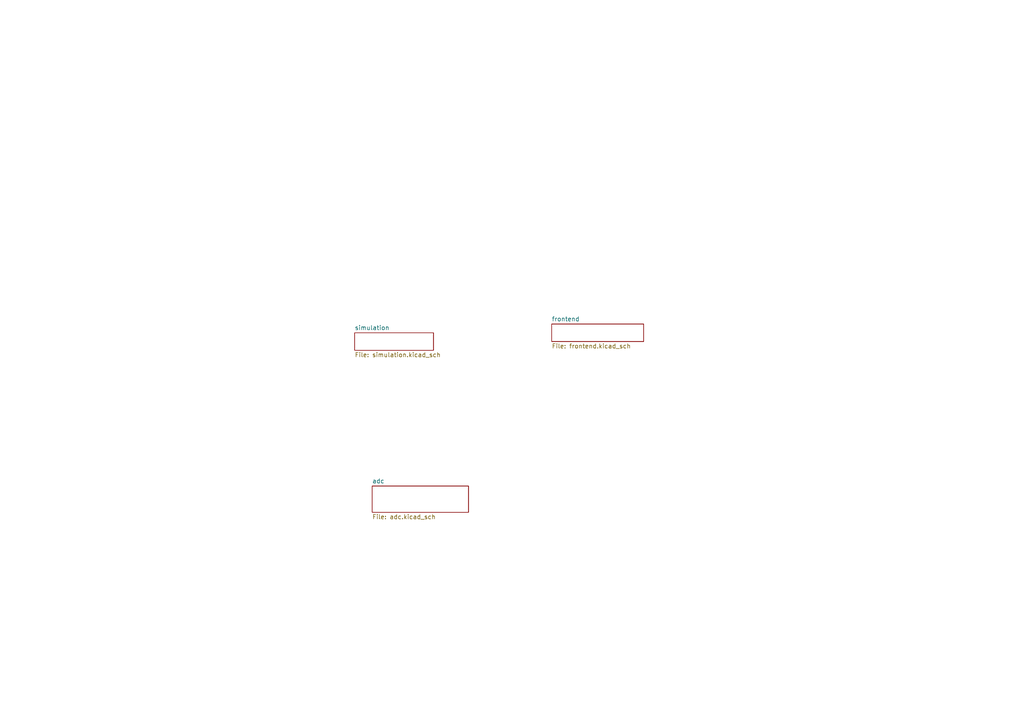
<source format=kicad_sch>
(kicad_sch
	(version 20250114)
	(generator "eeschema")
	(generator_version "9.0")
	(uuid "1f346c8c-1e51-4f75-85ee-2d30c45e3fc5")
	(paper "A4")
	(lib_symbols)
	(sheet
		(at 107.95 140.97)
		(size 27.94 7.62)
		(exclude_from_sim no)
		(in_bom yes)
		(on_board yes)
		(dnp no)
		(fields_autoplaced yes)
		(stroke
			(width 0.1524)
			(type solid)
		)
		(fill
			(color 0 0 0 0.0000)
		)
		(uuid "05e48511-740b-4da8-adb3-5b3614b5641b")
		(property "Sheetname" "adc"
			(at 107.95 140.2584 0)
			(effects
				(font
					(size 1.27 1.27)
				)
				(justify left bottom)
			)
		)
		(property "Sheetfile" "adc.kicad_sch"
			(at 107.95 149.1746 0)
			(effects
				(font
					(size 1.27 1.27)
				)
				(justify left top)
			)
		)
		(instances
			(project "ReceiverProto"
				(path "/1f346c8c-1e51-4f75-85ee-2d30c45e3fc5"
					(page "2")
				)
			)
		)
	)
	(sheet
		(at 160.02 93.98)
		(size 26.67 5.08)
		(exclude_from_sim no)
		(in_bom yes)
		(on_board yes)
		(dnp no)
		(fields_autoplaced yes)
		(stroke
			(width 0.1524)
			(type solid)
		)
		(fill
			(color 0 0 0 0.0000)
		)
		(uuid "91368719-672a-4a05-ad25-dcc79ecf4ba6")
		(property "Sheetname" "frontend"
			(at 160.02 93.2684 0)
			(effects
				(font
					(size 1.27 1.27)
				)
				(justify left bottom)
			)
		)
		(property "Sheetfile" "frontend.kicad_sch"
			(at 160.02 99.6446 0)
			(effects
				(font
					(size 1.27 1.27)
				)
				(justify left top)
			)
		)
		(instances
			(project "ReceiverProto"
				(path "/1f346c8c-1e51-4f75-85ee-2d30c45e3fc5"
					(page "3")
				)
			)
		)
	)
	(sheet
		(at 102.87 96.52)
		(size 22.86 5.08)
		(exclude_from_sim no)
		(in_bom yes)
		(on_board yes)
		(dnp no)
		(fields_autoplaced yes)
		(stroke
			(width 0.1524)
			(type solid)
		)
		(fill
			(color 0 0 0 0.0000)
		)
		(uuid "c7f50371-bbcf-4687-8cbf-078b775d205d")
		(property "Sheetname" "simulation"
			(at 102.87 95.8084 0)
			(effects
				(font
					(size 1.27 1.27)
				)
				(justify left bottom)
			)
		)
		(property "Sheetfile" "simulation.kicad_sch"
			(at 102.87 102.1846 0)
			(effects
				(font
					(size 1.27 1.27)
				)
				(justify left top)
			)
		)
		(instances
			(project "ReceiverProto"
				(path "/1f346c8c-1e51-4f75-85ee-2d30c45e3fc5"
					(page "4")
				)
			)
		)
	)
	(sheet_instances
		(path "/"
			(page "1")
		)
	)
	(embedded_fonts no)
)

</source>
